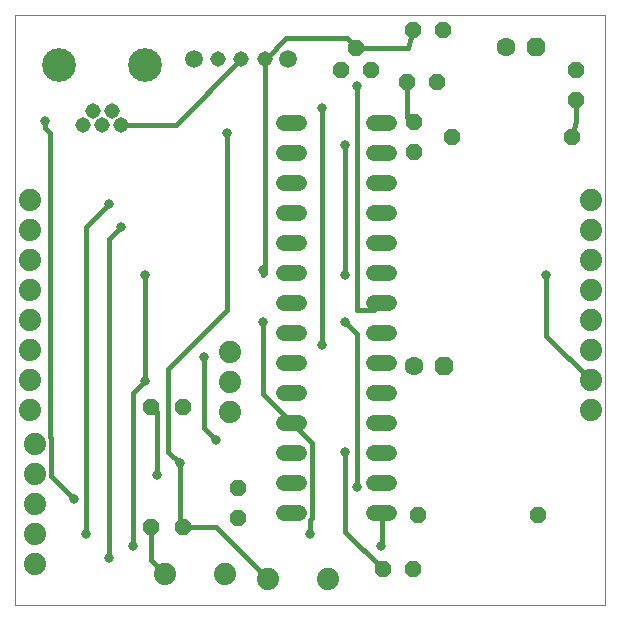
<source format=gtl>
G75*
%MOIN*%
%OFA0B0*%
%FSLAX25Y25*%
%IPPOS*%
%LPD*%
%AMOC8*
5,1,8,0,0,1.08239X$1,22.5*
%
%ADD10C,0.00000*%
%ADD11OC8,0.05200*%
%ADD12C,0.06300*%
%ADD13OC8,0.06300*%
%ADD14C,0.05150*%
%ADD15C,0.11220*%
%ADD16C,0.07400*%
%ADD17C,0.05200*%
%ADD18C,0.05937*%
%ADD19C,0.01600*%
%ADD20C,0.03169*%
D10*
X0005060Y0002431D02*
X0005060Y0199281D01*
X0201910Y0199281D01*
X0201910Y0002431D01*
X0005060Y0002431D01*
D11*
X0050532Y0028573D03*
X0061162Y0028573D03*
X0079469Y0031565D03*
X0079469Y0041565D03*
X0061162Y0068573D03*
X0050532Y0068573D03*
X0127658Y0014518D03*
X0137658Y0014518D03*
X0139580Y0032477D03*
X0179580Y0032477D03*
X0138091Y0153612D03*
X0138091Y0163612D03*
X0150769Y0158494D03*
X0145847Y0176801D03*
X0135847Y0176801D03*
X0123958Y0180738D03*
X0118958Y0188238D03*
X0113958Y0180738D03*
X0137895Y0194045D03*
X0147895Y0194045D03*
X0190769Y0158494D03*
X0192147Y0170935D03*
X0192147Y0180935D03*
D12*
X0168958Y0188612D03*
X0138091Y0082313D03*
D13*
X0148091Y0082313D03*
X0178958Y0188612D03*
D14*
X0088406Y0184478D03*
X0080532Y0184478D03*
X0072658Y0184478D03*
X0040532Y0162589D03*
X0037383Y0167313D03*
X0034233Y0162589D03*
X0031084Y0167313D03*
X0027934Y0162589D03*
D15*
X0019863Y0182667D03*
X0048603Y0182667D03*
D16*
X0010060Y0137431D03*
X0010060Y0127431D03*
X0010060Y0117431D03*
X0010060Y0107431D03*
X0010060Y0097431D03*
X0010060Y0087431D03*
X0010060Y0077431D03*
X0010060Y0067431D03*
X0011792Y0056132D03*
X0011792Y0046132D03*
X0011792Y0036132D03*
X0011792Y0026132D03*
X0011792Y0016132D03*
X0054981Y0012943D03*
X0074981Y0012943D03*
X0089588Y0011250D03*
X0109588Y0011250D03*
X0076792Y0066880D03*
X0076792Y0076880D03*
X0076792Y0086880D03*
X0197060Y0087431D03*
X0197060Y0077431D03*
X0197060Y0067431D03*
X0197060Y0097431D03*
X0197060Y0107431D03*
X0197060Y0117431D03*
X0197060Y0127431D03*
X0197060Y0137431D03*
D17*
X0129943Y0133297D02*
X0124743Y0133297D01*
X0124743Y0123297D02*
X0129943Y0123297D01*
X0129943Y0113297D02*
X0124743Y0113297D01*
X0124743Y0103297D02*
X0129943Y0103297D01*
X0129943Y0093297D02*
X0124743Y0093297D01*
X0124743Y0083297D02*
X0129943Y0083297D01*
X0129943Y0073297D02*
X0124743Y0073297D01*
X0124743Y0063297D02*
X0129943Y0063297D01*
X0129943Y0053297D02*
X0124743Y0053297D01*
X0124743Y0043297D02*
X0129943Y0043297D01*
X0129943Y0033297D02*
X0124743Y0033297D01*
X0099943Y0033297D02*
X0094743Y0033297D01*
X0094743Y0043297D02*
X0099943Y0043297D01*
X0099943Y0053297D02*
X0094743Y0053297D01*
X0094743Y0063297D02*
X0099943Y0063297D01*
X0099943Y0073297D02*
X0094743Y0073297D01*
X0094743Y0083297D02*
X0099943Y0083297D01*
X0099943Y0093297D02*
X0094743Y0093297D01*
X0094743Y0103297D02*
X0099943Y0103297D01*
X0099943Y0113297D02*
X0094743Y0113297D01*
X0094743Y0123297D02*
X0099943Y0123297D01*
X0099943Y0133297D02*
X0094743Y0133297D01*
X0094743Y0143297D02*
X0099943Y0143297D01*
X0099943Y0153297D02*
X0094743Y0153297D01*
X0094743Y0163297D02*
X0099943Y0163297D01*
X0124743Y0163297D02*
X0129943Y0163297D01*
X0129943Y0153297D02*
X0124743Y0153297D01*
X0124743Y0143297D02*
X0129943Y0143297D01*
D18*
X0096280Y0184478D03*
X0064784Y0184478D03*
D19*
X0080532Y0184478D02*
X0058643Y0162589D01*
X0040532Y0162589D01*
X0016871Y0159911D02*
X0016871Y0058548D01*
X0017092Y0058327D01*
X0017092Y0045517D01*
X0024745Y0037864D01*
X0028682Y0026053D02*
X0028682Y0128415D01*
X0036556Y0136289D01*
X0040493Y0128415D02*
X0036556Y0124478D01*
X0036556Y0018179D01*
X0044430Y0022116D02*
X0044430Y0073297D01*
X0048367Y0077234D01*
X0048367Y0112667D01*
X0068052Y0085108D02*
X0068052Y0061486D01*
X0071989Y0057549D01*
X0060178Y0049675D02*
X0056241Y0053612D01*
X0056241Y0081171D01*
X0075926Y0100856D01*
X0075926Y0159911D01*
X0088406Y0184478D02*
X0088406Y0113337D01*
X0087737Y0112667D01*
X0087737Y0114047D01*
X0087737Y0096919D02*
X0087737Y0072904D01*
X0097343Y0063297D01*
X0104143Y0056497D01*
X0104143Y0031558D01*
X0103485Y0030899D01*
X0103485Y0026053D01*
X0115296Y0026880D02*
X0127658Y0014518D01*
X0127107Y0022116D02*
X0127343Y0022352D01*
X0127343Y0033297D01*
X0119233Y0041801D02*
X0119233Y0092982D01*
X0115296Y0096919D01*
X0119233Y0100856D02*
X0124903Y0100856D01*
X0127343Y0103297D01*
X0119233Y0100856D02*
X0119233Y0119281D01*
X0119233Y0120541D01*
X0119233Y0175659D01*
X0107422Y0168338D02*
X0107422Y0089045D01*
X0115296Y0112667D02*
X0115296Y0155974D01*
X0135847Y0165305D02*
X0135847Y0176801D01*
X0136025Y0188238D02*
X0137895Y0194045D01*
X0136025Y0188238D02*
X0118958Y0188238D01*
X0115788Y0191407D01*
X0095611Y0191407D01*
X0088682Y0184478D01*
X0088406Y0184478D01*
X0135847Y0165305D02*
X0138091Y0163612D01*
X0182225Y0112667D02*
X0182225Y0092266D01*
X0197060Y0077431D01*
X0190769Y0158494D02*
X0192147Y0163809D01*
X0192147Y0170935D01*
X0115296Y0053612D02*
X0115296Y0026880D01*
X0089588Y0011250D02*
X0072265Y0028573D01*
X0061162Y0028573D01*
X0060178Y0029557D01*
X0060178Y0049675D01*
X0052304Y0045738D02*
X0052304Y0066801D01*
X0050532Y0068573D01*
X0050532Y0028573D02*
X0050532Y0017392D01*
X0054981Y0012943D01*
X0016871Y0159911D02*
X0015126Y0161656D01*
X0015126Y0163848D01*
D20*
X0015126Y0163848D03*
X0036556Y0136289D03*
X0040493Y0128415D03*
X0048367Y0112667D03*
X0068052Y0085108D03*
X0048367Y0077234D03*
X0071989Y0057549D03*
X0060178Y0049675D03*
X0052304Y0045738D03*
X0028682Y0026053D03*
X0036556Y0018179D03*
X0044430Y0022116D03*
X0024745Y0037864D03*
X0087737Y0096919D03*
X0087737Y0114047D03*
X0107422Y0089045D03*
X0115296Y0096919D03*
X0115296Y0112667D03*
X0115296Y0155974D03*
X0107422Y0168338D03*
X0119233Y0175659D03*
X0075926Y0159911D03*
X0182225Y0112667D03*
X0115296Y0053612D03*
X0119233Y0041801D03*
X0103485Y0026053D03*
X0127107Y0022116D03*
M02*

</source>
